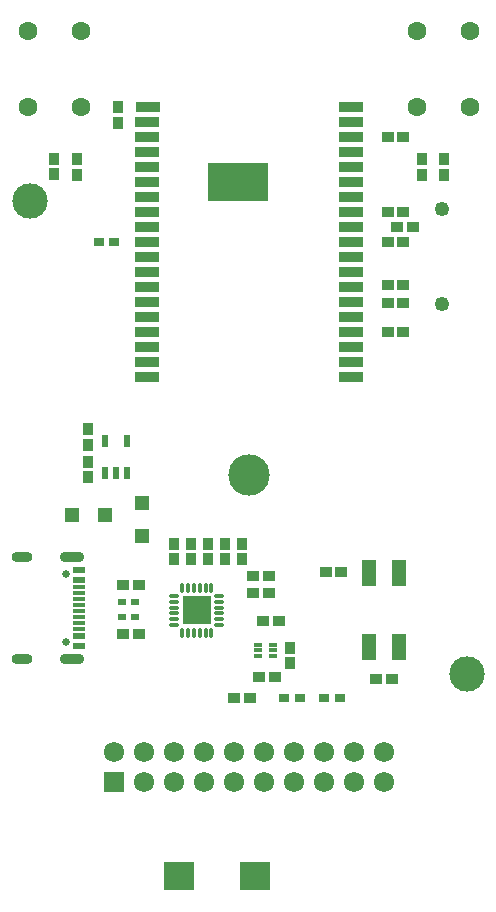
<source format=gbr>
G04 DipTrace 3.3.1.3*
G04 TopMask.gbr*
%MOIN*%
G04 #@! TF.FileFunction,Soldermask,Top*
G04 #@! TF.Part,Single*
%AMOUTLINE0*
4,1,4,
-0.017717,-0.01378,
-0.017717,0.01378,
0.017717,0.01378,
0.017717,-0.01378,
-0.017717,-0.01378,
0*%
%ADD21R,0.035433X0.027559*%
%ADD22R,0.102362X0.094488*%
%ADD24R,0.031496X0.023622*%
%ADD26R,0.047244X0.047244*%
%ADD30R,0.044882X0.011811*%
%ADD31R,0.044882X0.023622*%
%ADD32O,0.070866X0.035433*%
%ADD33O,0.082677X0.035433*%
%ADD35R,0.026378X0.011811*%
%ADD41R,0.07874X0.035433*%
%ADD44O,0.033465X0.011811*%
%ADD45O,0.011811X0.033465*%
%ADD46R,0.096457X0.096457*%
%ADD54R,0.023622X0.043307*%
%ADD55R,0.047244X0.086614*%
%ADD62C,0.11811*%
%ADD63C,0.137795*%
%ADD64C,0.025591*%
%ADD65C,0.049213*%
%ADD85R,0.204724X0.125984*%
%ADD95C,0.062992*%
%ADD107C,0.067874*%
%ADD109R,0.067874X0.067874*%
%ADD117R,0.043307X0.035433*%
%ADD119R,0.035433X0.043307*%
%ADD125OUTLINE0*%
%FSLAX26Y26*%
G04*
G70*
G90*
G75*
G01*
G04 TopMask*
%LPD*%
D119*
X761222Y3205014D3*
Y3256196D3*
X1337451Y1403730D3*
Y1454911D3*
D117*
X1214098Y1693701D3*
X1265280D3*
X1214101Y1637039D3*
X1265282D3*
D119*
X1119780Y1749950D3*
Y1801131D3*
X1177108Y1749951D3*
Y1801133D3*
X662451Y2023769D3*
Y2074950D3*
Y2182383D3*
Y2131202D3*
D22*
X1218702Y693701D3*
X966720D3*
D119*
X549971Y3084724D3*
Y3033543D3*
X1849951Y3031201D3*
Y3082382D3*
D24*
X774951Y1556201D3*
X818259D3*
X774953Y1606201D3*
X818260D3*
D26*
X843860Y1937451D3*
Y1827215D3*
X718676Y1896217D3*
X608440D3*
D62*
X1924932Y1368701D3*
D63*
X1199951Y2031201D3*
D62*
X468702Y2943701D3*
D109*
X749951Y1006201D3*
D107*
X849951D3*
X949951D3*
X1049951D3*
X1149951D3*
X1249951D3*
X1349951D3*
X1449951D3*
X1549951D3*
X1649951D3*
Y1106201D3*
X1549951D3*
X1449951D3*
X1349951D3*
X1249951D3*
X1149951D3*
X1049951D3*
X949951D3*
X849951D3*
X749951D3*
D30*
X631202Y1656201D3*
Y1636516D3*
Y1616831D3*
Y1597146D3*
Y1577461D3*
Y1557776D3*
Y1538091D3*
Y1518406D3*
D31*
Y1492815D3*
Y1461319D3*
Y1713287D3*
Y1681791D3*
D32*
X444195Y1757382D3*
Y1417224D3*
D33*
X608761Y1757382D3*
Y1417224D3*
D64*
X589076Y1701083D3*
Y1473524D3*
D35*
X1278643Y1426169D3*
Y1445854D3*
Y1465539D3*
X1229430D3*
Y1445854D3*
Y1426169D3*
D117*
X1662451Y2662451D3*
X1713633D3*
X1284894Y1357420D3*
X1233713D3*
X1298573Y1544920D3*
X1247392D3*
D119*
X624951Y3082382D3*
Y3031201D3*
X1774932D3*
Y3082382D3*
X1005122Y1749951D3*
Y1801133D3*
X947797Y1749951D3*
Y1801133D3*
X1062453Y1749951D3*
Y1801133D3*
D117*
X1662451Y2906201D3*
X1713633D3*
X1662451Y2806201D3*
X1713633D3*
X1693702Y2856201D3*
X1744883D3*
X1662451Y3156201D3*
X1713633D3*
X1662451Y2506201D3*
X1713633D3*
X1662451Y2605614D3*
X1713633D3*
X831202Y1499950D3*
X780021D3*
X831202Y1662450D3*
X780021D3*
D125*
X1368701Y1287450D3*
X1317520D3*
X1449951D3*
X1501133D3*
D117*
X1456202Y1706201D3*
X1507383D3*
X1674951Y1349951D3*
X1623770D3*
X1149951Y1287450D3*
X1201133D3*
D21*
X749951Y2806201D3*
X698770D3*
D95*
X1937451Y3256201D3*
Y3512106D3*
X1760286D3*
Y3256201D3*
X639597D3*
Y3512106D3*
X462432D3*
Y3256201D3*
D65*
X1843789Y2915965D3*
Y2601516D3*
D41*
X861328Y3256201D3*
X860934Y3206201D3*
Y3156201D3*
Y3106201D3*
Y3056201D3*
Y3006201D3*
Y2956201D3*
Y2906201D3*
Y2856201D3*
Y2806201D3*
Y2756201D3*
Y2706201D3*
Y2656201D3*
Y2606201D3*
X1538969Y2606581D3*
Y2656581D3*
Y2706581D3*
Y2756580D3*
Y2806581D3*
Y2356581D3*
Y2406581D3*
Y2456581D3*
Y2506581D3*
Y2556581D3*
X1538966Y2856240D3*
Y2906240D3*
Y2956240D3*
Y3006240D3*
Y3056240D3*
Y3106240D3*
Y3156240D3*
Y3206240D3*
Y3256240D3*
D85*
X1161328Y3008091D3*
D41*
X860938Y2556541D3*
Y2506541D3*
Y2456541D3*
Y2406541D3*
Y2356541D3*
D44*
X1099695Y1529937D3*
Y1549622D3*
Y1569307D3*
Y1588992D3*
Y1608677D3*
Y1628362D3*
D45*
X1074105Y1653953D3*
X1054420D3*
X1034735D3*
X1015050D3*
X995365D3*
X975679D3*
D44*
X950089Y1628362D3*
Y1608677D3*
Y1588992D3*
Y1569307D3*
Y1549622D3*
Y1529937D3*
D45*
X975679Y1504346D3*
X995365D3*
X1015050D3*
X1034735D3*
X1054420D3*
X1074105D3*
D46*
X1024892Y1579150D3*
D54*
X718701Y2037451D3*
X756102D3*
X793504D3*
Y2143751D3*
X718701D3*
D55*
X1599951Y1456201D3*
X1699951D3*
Y1704232D3*
X1599951D3*
M02*

</source>
